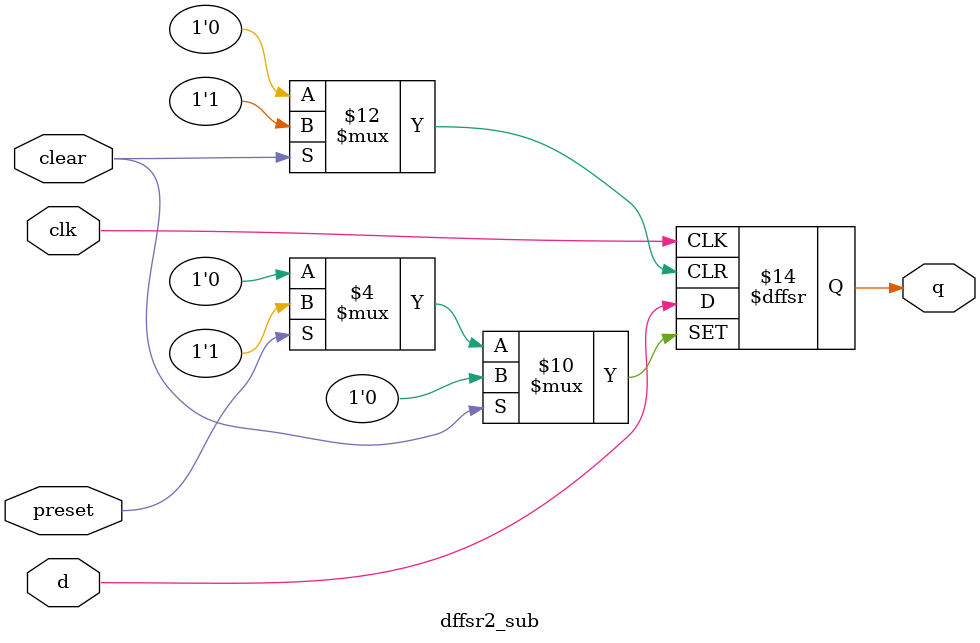
<source format=v>

module dff(clk, d, q);
input clk, d;
output reg q;
always @(posedge clk)
	q <= d;
endmodule

module dffa(clk, arst, d, q);
input clk, arst, d;
output reg q;
always @(posedge clk or posedge arst) begin
	if (arst)
		q <= 1;
	else
		q <= d;
end
endmodule

module dffa1(clk, arst, d, q);
input clk, arst, d;
output reg q;
always @(posedge clk or negedge arst) begin
	if (~arst)
		q <= 0;
	else
		q <= d;
end
endmodule

module dffa2(clk, arst, d, q);
input clk, arst, d;
output reg q;
always @(posedge clk or negedge arst) begin
	if (!arst)
		q <= 0;
	else
		q <= d;
end
endmodule

module dffa3(clk, arst, d, q);
input clk, arst, d;
output reg q;
always @(posedge clk or negedge arst) begin
	if (~(!arst))
		q <= d;
	else
		q <= 1;
end
endmodule

module dffa4(clk, arst1, arst2, arst3, d, q);
input clk, arst1, arst2, arst3, d;
output reg q;
always @(posedge clk, posedge arst1, posedge arst2, negedge arst3) begin
	if (arst1)
		q <= 0;
	else if (arst2)
		q <= 0;
	else if (!arst3)
		q <= 0;
	else
		q <= d;
end
endmodule

// SR-Flip-Flops are on the edge of well defined Verilog constructs in terms of
// simulation-implementation mismatches. The following testcases try to cover the
// part that is defined and avoid the undefined cases.

module dffsr1(clk, arst, d, q);
input clk, arst, d;
output reg q;
always @(posedge clk, posedge arst) begin
	if (arst)
		q <= d^d; // constant expression -- but the frontend optimizer does not know that..
	else
		q <= d;
end
endmodule

module dffsr2(clk, preset, clear, d, q);
input clk, preset, clear, d;
output q;
(* gentb_clock *)
wire clk, preset, clear, d;
dffsr2_sub uut (clk, preset && !clear, !preset && clear, d, q);
endmodule

(* gentb_skip *)
module dffsr2_sub(clk, preset, clear, d, q);
input clk, preset, clear, d;
output reg q;
always @(posedge clk, posedge preset, posedge clear) begin
	if (preset)
		q <= 1;
	else if (clear)
		q <= 0;
	else
		q <= d;
end
endmodule



</source>
